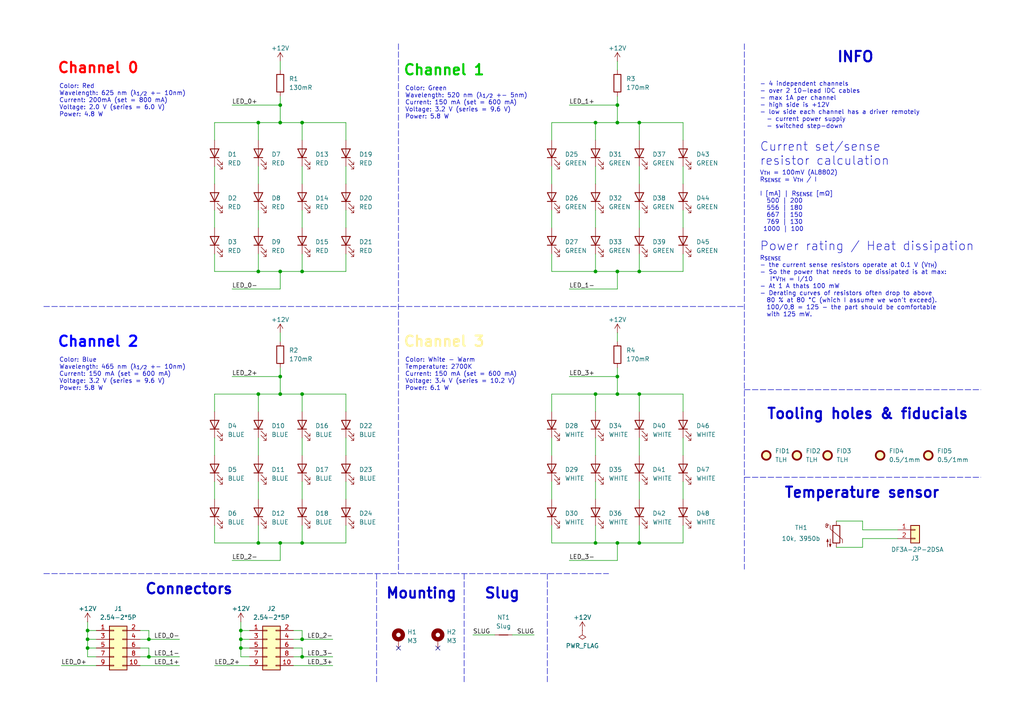
<source format=kicad_sch>
(kicad_sch (version 20231120) (generator "eeschema") (generator_version "8.0")
  (paper "A4")
  (title_block (title "Illumination board - Basic RGBW") (date "2024-06-23") (rev "${VERSION}") (company "TrendBit s.r.o.") (comment 1 "Designed by: Petr Malanik"))
  (lib_symbols
    (symbol "Connector_Generic:Conn_01x02" (pin_names (offset 1.016) hide)
      (property "Reference" "J" (at 0 2.54 0))
      (property "Value" "Conn_01x02" (at 0 -5.08 0))
      (symbol "Conn_01x02_1_1"
        (rectangle (start -1.27 -2.413) (end 0 -2.667) (stroke (width 0.1524)))
        (rectangle (start -1.27 0.127) (end 0 -0.127) (stroke (width 0.1524)))
        (rectangle (start -1.27 1.27) (end 1.27 -3.81) (stroke (width 0.254)) (fill (type background)))
        (pin passive line (at -5.08 0 0) (length 3.81) (name "Pin_1") (number "1"))
        (pin passive line (at -5.08 -2.54 0) (length 3.81) (name "Pin_2") (number "2"))
      )
    )
    (symbol "Connector_Generic:Conn_02x05_Odd_Even" (pin_names (offset 1.016) hide)
      (property "Reference" "J" (at 1.27 7.62 0))
      (property "Value" "Conn_02x05_Odd_Even" (at 1.27 -7.62 0))
      (symbol "Conn_02x05_Odd_Even_1_1"
        (rectangle (start -1.27 -4.953) (end 0 -5.207) (stroke (width 0.1524)))
        (rectangle (start -1.27 -2.413) (end 0 -2.667) (stroke (width 0.1524)))
        (rectangle (start -1.27 0.127) (end 0 -0.127) (stroke (width 0.1524)))
        (rectangle (start -1.27 2.667) (end 0 2.413) (stroke (width 0.1524)))
        (rectangle (start -1.27 5.207) (end 0 4.953) (stroke (width 0.1524)))
        (rectangle (start -1.27 6.35) (end 3.81 -6.35) (stroke (width 0.254)) (fill (type background)))
        (rectangle (start 3.81 -4.953) (end 2.54 -5.207) (stroke (width 0.1524)))
        (rectangle (start 3.81 -2.413) (end 2.54 -2.667) (stroke (width 0.1524)))
        (rectangle (start 3.81 0.127) (end 2.54 -0.127) (stroke (width 0.1524)))
        (rectangle (start 3.81 2.667) (end 2.54 2.413) (stroke (width 0.1524)))
        (rectangle (start 3.81 5.207) (end 2.54 4.953) (stroke (width 0.1524)))
        (pin passive line (at -5.08 5.08 0) (length 3.81) (name "Pin_1") (number "1"))
        (pin passive line (at 7.62 -5.08 180) (length 3.81) (name "Pin_10") (number "10"))
        (pin passive line (at 7.62 5.08 180) (length 3.81) (name "Pin_2") (number "2"))
        (pin passive line (at -5.08 2.54 0) (length 3.81) (name "Pin_3") (number "3"))
        (pin passive line (at 7.62 2.54 180) (length 3.81) (name "Pin_4") (number "4"))
        (pin passive line (at -5.08 0 0) (length 3.81) (name "Pin_5") (number "5"))
        (pin passive line (at 7.62 0 180) (length 3.81) (name "Pin_6") (number "6"))
        (pin passive line (at -5.08 -2.54 0) (length 3.81) (name "Pin_7") (number "7"))
        (pin passive line (at 7.62 -2.54 180) (length 3.81) (name "Pin_8") (number "8"))
        (pin passive line (at -5.08 -5.08 0) (length 3.81) (name "Pin_9") (number "9"))
      )
    )
    (symbol "Device:LED" (pin_numbers hide) (pin_names (offset 1.016) hide)
      (property "Reference" "D" (at 0 2.54 0))
      (property "Value" "LED" (at 0 -2.54 0))
      (symbol "LED_0_1"
        (polyline (pts (xy -1.27 -1.27) (xy -1.27 1.27)) (stroke (width 0.254)))
        (polyline (pts (xy -1.27 0) (xy 1.27 0)))
        (polyline (pts (xy 1.27 -1.27) (xy 1.27 1.27) (xy -1.27 0) (xy 1.27 -1.27)) (stroke (width 0.254)))
        (polyline (pts (xy -3.048 -0.762) (xy -4.572 -2.286) (xy -3.81 -2.286) (xy -4.572 -2.286) (xy -4.572 -1.524)))
        (polyline (pts (xy -1.778 -0.762) (xy -3.302 -2.286) (xy -2.54 -2.286) (xy -3.302 -2.286) (xy -3.302 -1.524)))
      )
      (symbol "LED_1_1"
        (pin passive line (at -3.81 0 0) (length 2.54) (name "K") (number "1"))
        (pin passive line (at 3.81 0 180) (length 2.54) (name "A") (number "2"))
      )
    )
    (symbol "Device:NetTie_2" (pin_numbers hide) (pin_names (offset 0) hide) (in_bom no)
      (property "Reference" "NT" (at 0 1.27 0))
      (property "Value" "NetTie_2" (at 0 -1.27 0))
      (symbol "NetTie_2_0_1"
        (polyline (pts (xy -1.27 0) (xy 1.27 0)) (stroke (width 0.254)))
      )
      (symbol "NetTie_2_1_1"
        (pin passive line (at -2.54 0 0) (length 2.54) (name "1") (number "1"))
        (pin passive line (at 2.54 0 180) (length 2.54) (name "2") (number "2"))
      )
    )
    (symbol "Device:R" (pin_numbers hide) (pin_names (offset 0))
      (property "Reference" "R" (at 2.032 0 90))
      (property "Value" "R" (at 0 0 90))
      (symbol "R_0_1"
        (rectangle (start -1.016 -2.54) (end 1.016 2.54) (stroke (width 0.254)))
      )
      (symbol "R_1_1"
        (pin passive line (at 0 3.81 270) (length 1.27) (name "~") (number "1"))
        (pin passive line (at 0 -3.81 90) (length 1.27) (name "~") (number "2"))
      )
    )
    (symbol "Device:Thermistor_NTC" (pin_numbers hide) (pin_names (offset 0))
      (property "Reference" "TH" (at -4.445 0 90))
      (property "Value" "Thermistor_NTC" (at 3.175 0 90))
      (symbol "Thermistor_NTC_0_1"
        (arc (start -3.048 2.159) (mid -3.0495 2.3143) (end -3.175 2.413))
        (arc (start -3.048 2.159) (mid -2.9736 1.9794) (end -2.794 1.905))
        (arc (start -3.048 2.794) (mid -2.9736 2.6144) (end -2.794 2.54))
        (arc (start -2.794 1.905) (mid -2.6144 1.9794) (end -2.54 2.159))
        (arc (start -2.794 2.54) (mid -2.4393 2.5587) (end -2.159 2.794))
        (arc (start -2.794 3.048) (mid -2.9736 2.9736) (end -3.048 2.794))
        (arc (start -2.54 2.794) (mid -2.6144 2.9736) (end -2.794 3.048))
        (rectangle (start -1.016 2.54) (end 1.016 -2.54) (stroke (width 0.254)))
        (polyline (pts (xy -2.54 2.159) (xy -2.54 2.794)))
        (polyline (pts (xy -1.778 2.54) (xy -1.778 1.524) (xy 1.778 -1.524) (xy 1.778 -2.54)))
        (polyline (pts (xy -2.54 -3.683) (xy -2.54 -1.397) (xy -2.794 -2.159) (xy -2.286 -2.159) (xy -2.54 -1.397) (xy -2.54 -1.651)) (fill (type outline)))
        (polyline (pts (xy -1.778 -1.397) (xy -1.778 -3.683) (xy -2.032 -2.921) (xy -1.524 -2.921) (xy -1.778 -3.683) (xy -1.778 -3.429)) (fill (type outline)))
      )
      (symbol "Thermistor_NTC_1_1"
        (pin passive line (at 0 3.81 270) (length 1.27) (name "~") (number "1"))
        (pin passive line (at 0 -3.81 90) (length 1.27) (name "~") (number "2"))
      )
    )
    (symbol "Mechanical:Fiducial"
      (property "Reference" "FID" (at 0 5.08 0))
      (property "Value" "Fiducial" (at 0 3.175 0))
      (symbol "Fiducial_0_1"
        (circle (center 0 0) (radius 1.27) (stroke (width 0.508)) (fill (type background)))
      )
    )
    (symbol "Mechanical:MountingHole_Pad" (pin_numbers hide) (pin_names (offset 1.016) hide)
      (property "Reference" "H" (at 0 6.35 0))
      (property "Value" "MountingHole_Pad" (at 0 4.445 0))
      (symbol "MountingHole_Pad_0_1"
        (circle (center 0 1.27) (radius 1.27) (stroke (width 1.27)))
      )
      (symbol "MountingHole_Pad_1_1"
        (pin input line (at 0 -2.54 90) (length 2.54) (name "1") (number "1"))
      )
    )
    (symbol "power:+12V" (power) (pin_numbers hide) (pin_names (offset 0) hide)
      (property "Value" "+12V" (at 0 3.556 0))
      (symbol "+12V_0_1"
        (polyline (pts (xy -0.762 1.27) (xy 0 2.54)))
        (polyline (pts (xy 0 0) (xy 0 2.54)))
        (polyline (pts (xy 0 2.54) (xy 0.762 1.27)))
      )
      (symbol "+12V_1_1"
        (pin power_in line (at 0 0 90) (length 0) (name "~") (number "1"))
      )
    )
    (symbol "power:PWR_FLAG" (power) (pin_numbers hide) (pin_names (offset 0) hide)
      (property "Value" "PWR_FLAG" (at 0 3.81 0))
      (symbol "PWR_FLAG_0_0"
        (pin power_out line (at 0 0 90) (length 0) (name "pwr") (number "1"))
      )
      (symbol "PWR_FLAG_0_1"
        (polyline (pts (xy 0 0) (xy 0 1.27) (xy -1.016 1.905) (xy 0 2.54) (xy 1.016 1.905) (xy 0 1.27)))
      )
    )
  )
  (junction (at 185.42 35.56))
  (junction (at 69.85 187.96))
  (junction (at 185.42 114.3))
  (junction (at 172.72 114.3))
  (junction (at 172.72 35.56))
  (junction (at 87.63 190.5))
  (junction (at 179.07 157.48))
  (junction (at 25.4 182.88))
  (junction (at 74.93 78.74))
  (junction (at 43.18 185.42))
  (junction (at 69.85 182.88))
  (junction (at 74.93 114.3))
  (junction (at 74.93 35.56))
  (junction (at 81.28 157.48))
  (junction (at 74.93 157.48))
  (junction (at 179.07 78.74))
  (junction (at 43.18 190.5))
  (junction (at 179.07 114.3))
  (junction (at 81.28 35.56))
  (junction (at 87.63 185.42))
  (junction (at 25.4 185.42))
  (junction (at 179.07 35.56))
  (junction (at 81.28 30.48))
  (junction (at 179.07 30.48))
  (junction (at 185.42 157.48))
  (junction (at 185.42 78.74))
  (junction (at 81.28 78.74))
  (junction (at 69.85 185.42))
  (junction (at 25.4 187.96))
  (junction (at 172.72 157.48))
  (junction (at 87.63 157.48))
  (junction (at 179.07 109.22))
  (junction (at 87.63 78.74))
  (junction (at 87.63 114.3))
  (junction (at 81.28 109.22))
  (junction (at 87.63 35.56))
  (junction (at 172.72 78.74))
  (junction (at 81.28 114.3))
  (no_connect (at 115.57 187.96))
  (no_connect (at 127 187.96))
  (wire (pts (xy 100.33 40.64) (xy 100.33 35.56)))
  (polyline (pts (xy 12.7 88.9) (xy 215.9 88.9)) (stroke (width 0) (type dash)))
  (wire (pts (xy 160.02 66.04) (xy 160.02 60.96)))
  (wire (pts (xy 62.23 114.3) (xy 74.93 114.3)))
  (wire (pts (xy 179.07 99.06) (xy 179.07 96.52)))
  (wire (pts (xy 179.07 78.74) (xy 179.07 83.82)))
  (wire (pts (xy 198.12 119.38) (xy 198.12 114.3)))
  (wire (pts (xy 87.63 152.4) (xy 87.63 157.48)))
  (wire (pts (xy 87.63 157.48) (xy 81.28 157.48)))
  (wire (pts (xy 25.4 180.34) (xy 25.4 182.88)))
  (wire (pts (xy 172.72 114.3) (xy 179.07 114.3)))
  (polyline (pts (xy 158.75 166.37) (xy 158.75 198.12)) (stroke (width 0) (type dash)))
  (wire (pts (xy 160.02 119.38) (xy 160.02 114.3)))
  (wire (pts (xy 40.64 182.88) (xy 43.18 182.88)))
  (wire (pts (xy 165.1 162.56) (xy 179.07 162.56)))
  (wire (pts (xy 172.72 53.34) (xy 172.72 48.26)))
  (wire (pts (xy 62.23 152.4) (xy 62.23 157.48)))
  (wire (pts (xy 198.12 132.08) (xy 198.12 127)))
  (wire (pts (xy 172.72 157.48) (xy 179.07 157.48)))
  (wire (pts (xy 62.23 40.64) (xy 62.23 35.56)))
  (wire (pts (xy 179.07 109.22) (xy 179.07 114.3)))
  (wire (pts (xy 160.02 53.34) (xy 160.02 48.26)))
  (wire (pts (xy 87.63 114.3) (xy 100.33 114.3)))
  (wire (pts (xy 185.42 119.38) (xy 185.42 114.3)))
  (wire (pts (xy 40.64 190.5) (xy 43.18 190.5)))
  (wire (pts (xy 25.4 187.96) (xy 25.4 190.5)))
  (wire (pts (xy 160.02 157.48) (xy 172.72 157.48)))
  (wire (pts (xy 87.63 78.74) (xy 81.28 78.74)))
  (wire (pts (xy 179.07 157.48) (xy 179.07 162.56)))
  (wire (pts (xy 69.85 185.42) (xy 72.39 185.42)))
  (wire (pts (xy 87.63 119.38) (xy 87.63 114.3)))
  (wire (pts (xy 62.23 35.56) (xy 74.93 35.56)))
  (wire (pts (xy 62.23 119.38) (xy 62.23 114.3)))
  (wire (pts (xy 185.42 132.08) (xy 185.42 127)))
  (wire (pts (xy 81.28 27.94) (xy 81.28 30.48)))
  (wire (pts (xy 179.07 20.32) (xy 179.07 17.78)))
  (wire (pts (xy 69.85 182.88) (xy 72.39 182.88)))
  (wire (pts (xy 67.31 162.56) (xy 81.28 162.56)))
  (wire (pts (xy 87.63 132.08) (xy 87.63 127)))
  (wire (pts (xy 25.4 182.88) (xy 25.4 185.42)))
  (wire (pts (xy 250.19 156.21) (xy 260.35 156.21)))
  (wire (pts (xy 67.31 109.22) (xy 81.28 109.22)))
  (wire (pts (xy 185.42 40.64) (xy 185.42 35.56)))
  (wire (pts (xy 87.63 66.04) (xy 87.63 60.96)))
  (wire (pts (xy 74.93 78.74) (xy 81.28 78.74)))
  (wire (pts (xy 74.93 66.04) (xy 74.93 60.96)))
  (wire (pts (xy 185.42 144.78) (xy 185.42 139.7)))
  (wire (pts (xy 27.94 190.5) (xy 25.4 190.5)))
  (wire (pts (xy 69.85 187.96) (xy 72.39 187.96)))
  (wire (pts (xy 85.09 182.88) (xy 87.63 182.88)))
  (wire (pts (xy 154.94 184.15) (xy 148.59 184.15)))
  (wire (pts (xy 62.23 73.66) (xy 62.23 78.74)))
  (wire (pts (xy 160.02 35.56) (xy 172.72 35.56)))
  (wire (pts (xy 69.85 180.34) (xy 69.85 182.88)))
  (wire (pts (xy 69.85 182.88) (xy 69.85 185.42)))
  (wire (pts (xy 242.57 158.75) (xy 250.19 158.75)))
  (wire (pts (xy 87.63 35.56) (xy 81.28 35.56)))
  (wire (pts (xy 74.93 157.48) (xy 81.28 157.48)))
  (wire (pts (xy 165.1 109.22) (xy 179.07 109.22)))
  (wire (pts (xy 25.4 185.42) (xy 25.4 187.96)))
  (wire (pts (xy 185.42 35.56) (xy 198.12 35.56)))
  (wire (pts (xy 179.07 30.48) (xy 179.07 35.56)))
  (wire (pts (xy 160.02 40.64) (xy 160.02 35.56)))
  (wire (pts (xy 198.12 66.04) (xy 198.12 60.96)))
  (wire (pts (xy 74.93 114.3) (xy 81.28 114.3)))
  (wire (pts (xy 40.64 187.96) (xy 43.18 187.96)))
  (wire (pts (xy 74.93 152.4) (xy 74.93 157.48)))
  (wire (pts (xy 100.33 152.4) (xy 100.33 157.48)))
  (wire (pts (xy 72.39 190.5) (xy 69.85 190.5)))
  (wire (pts (xy 62.23 193.04) (xy 72.39 193.04)))
  (wire (pts (xy 40.64 193.04) (xy 52.07 193.04)))
  (polyline (pts (xy 215.9 113.03) (xy 284.48 113.03)) (stroke (width 0) (type dash)))
  (wire (pts (xy 165.1 30.48) (xy 179.07 30.48)))
  (wire (pts (xy 74.93 132.08) (xy 74.93 127)))
  (wire (pts (xy 87.63 78.74) (xy 100.33 78.74)))
  (wire (pts (xy 25.4 187.96) (xy 27.94 187.96)))
  (wire (pts (xy 185.42 78.74) (xy 179.07 78.74)))
  (wire (pts (xy 87.63 187.96) (xy 87.63 190.5)))
  (polyline (pts (xy 134.62 166.37) (xy 134.62 198.12)) (stroke (width 0) (type dash)))
  (wire (pts (xy 179.07 106.68) (xy 179.07 109.22)))
  (wire (pts (xy 85.09 187.96) (xy 87.63 187.96)))
  (wire (pts (xy 185.42 114.3) (xy 198.12 114.3)))
  (wire (pts (xy 172.72 114.3) (xy 172.72 119.38)))
  (wire (pts (xy 198.12 53.34) (xy 198.12 48.26)))
  (wire (pts (xy 100.33 73.66) (xy 100.33 78.74)))
  (wire (pts (xy 43.18 182.88) (xy 43.18 185.42)))
  (wire (pts (xy 185.42 78.74) (xy 198.12 78.74)))
  (wire (pts (xy 250.19 153.67) (xy 250.19 151.13)))
  (wire (pts (xy 87.63 144.78) (xy 87.63 139.7)))
  (wire (pts (xy 67.31 83.82) (xy 81.28 83.82)))
  (wire (pts (xy 179.07 27.94) (xy 179.07 30.48)))
  (wire (pts (xy 69.85 187.96) (xy 69.85 190.5)))
  (wire (pts (xy 100.33 132.08) (xy 100.33 127)))
  (wire (pts (xy 74.93 144.78) (xy 74.93 139.7)))
  (wire (pts (xy 85.09 193.04) (xy 96.52 193.04)))
  (wire (pts (xy 62.23 132.08) (xy 62.23 127)))
  (wire (pts (xy 185.42 157.48) (xy 179.07 157.48)))
  (wire (pts (xy 87.63 40.64) (xy 87.63 35.56)))
  (wire (pts (xy 81.28 106.68) (xy 81.28 109.22)))
  (wire (pts (xy 43.18 187.96) (xy 43.18 190.5)))
  (wire (pts (xy 81.28 109.22) (xy 81.28 114.3)))
  (wire (pts (xy 165.1 83.82) (xy 179.07 83.82)))
  (wire (pts (xy 100.33 119.38) (xy 100.33 114.3)))
  (wire (pts (xy 172.72 144.78) (xy 172.72 139.7)))
  (wire (pts (xy 100.33 66.04) (xy 100.33 60.96)))
  (wire (pts (xy 250.19 158.75) (xy 250.19 156.21)))
  (wire (pts (xy 250.19 151.13) (xy 242.57 151.13)))
  (wire (pts (xy 62.23 157.48) (xy 74.93 157.48)))
  (wire (pts (xy 100.33 53.34) (xy 100.33 48.26)))
  (wire (pts (xy 67.31 30.48) (xy 81.28 30.48)))
  (polyline (pts (xy 215.9 138.43) (xy 284.48 138.43)) (stroke (width 0) (type dash)))
  (polyline (pts (xy 215.9 12.7) (xy 215.9 165.1)) (stroke (width 0) (type dash)))
  (wire (pts (xy 40.64 185.42) (xy 43.18 185.42)))
  (wire (pts (xy 172.72 152.4) (xy 172.72 157.48)))
  (polyline (pts (xy 115.57 12.7) (xy 115.57 166.37)) (stroke (width 0) (type dash)))
  (wire (pts (xy 172.72 73.66) (xy 172.72 78.74)))
  (wire (pts (xy 185.42 152.4) (xy 185.42 157.48)))
  (wire (pts (xy 185.42 73.66) (xy 185.42 78.74)))
  (wire (pts (xy 25.4 185.42) (xy 27.94 185.42)))
  (wire (pts (xy 160.02 152.4) (xy 160.02 157.48)))
  (wire (pts (xy 198.12 73.66) (xy 198.12 78.74)))
  (wire (pts (xy 81.28 99.06) (xy 81.28 96.52)))
  (wire (pts (xy 81.28 30.48) (xy 81.28 35.56)))
  (wire (pts (xy 87.63 53.34) (xy 87.63 48.26)))
  (wire (pts (xy 87.63 157.48) (xy 100.33 157.48)))
  (wire (pts (xy 25.4 182.88) (xy 27.94 182.88)))
  (polyline (pts (xy 12.7 166.37) (xy 176.53 166.37)) (stroke (width 0) (type dash)))
  (wire (pts (xy 137.16 184.15) (xy 143.51 184.15)))
  (wire (pts (xy 43.18 185.42) (xy 52.07 185.42)))
  (wire (pts (xy 62.23 78.74) (xy 74.93 78.74)))
  (wire (pts (xy 185.42 114.3) (xy 179.07 114.3)))
  (wire (pts (xy 87.63 182.88) (xy 87.63 185.42)))
  (wire (pts (xy 62.23 66.04) (xy 62.23 60.96)))
  (wire (pts (xy 87.63 114.3) (xy 81.28 114.3)))
  (wire (pts (xy 85.09 185.42) (xy 87.63 185.42)))
  (wire (pts (xy 74.93 114.3) (xy 74.93 119.38)))
  (wire (pts (xy 87.63 190.5) (xy 96.52 190.5)))
  (wire (pts (xy 185.42 157.48) (xy 198.12 157.48)))
  (wire (pts (xy 172.72 78.74) (xy 179.07 78.74)))
  (wire (pts (xy 160.02 114.3) (xy 172.72 114.3)))
  (wire (pts (xy 100.33 144.78) (xy 100.33 139.7)))
  (wire (pts (xy 74.93 73.66) (xy 74.93 78.74)))
  (wire (pts (xy 87.63 35.56) (xy 100.33 35.56)))
  (wire (pts (xy 81.28 78.74) (xy 81.28 83.82)))
  (wire (pts (xy 81.28 20.32) (xy 81.28 17.78)))
  (wire (pts (xy 160.02 132.08) (xy 160.02 127)))
  (wire (pts (xy 160.02 78.74) (xy 172.72 78.74)))
  (wire (pts (xy 172.72 132.08) (xy 172.72 127)))
  (wire (pts (xy 69.85 185.42) (xy 69.85 187.96)))
  (wire (pts (xy 62.23 53.34) (xy 62.23 48.26)))
  (wire (pts (xy 43.18 190.5) (xy 52.07 190.5)))
  (wire (pts (xy 74.93 35.56) (xy 81.28 35.56)))
  (wire (pts (xy 172.72 35.56) (xy 179.07 35.56)))
  (wire (pts (xy 81.28 157.48) (xy 81.28 162.56)))
  (wire (pts (xy 87.63 185.42) (xy 96.52 185.42)))
  (wire (pts (xy 160.02 73.66) (xy 160.02 78.74)))
  (wire (pts (xy 198.12 144.78) (xy 198.12 139.7)))
  (wire (pts (xy 260.35 153.67) (xy 250.19 153.67)))
  (wire (pts (xy 198.12 40.64) (xy 198.12 35.56)))
  (wire (pts (xy 160.02 144.78) (xy 160.02 139.7)))
  (wire (pts (xy 74.93 53.34) (xy 74.93 48.26)))
  (wire (pts (xy 185.42 66.04) (xy 185.42 60.96)))
  (wire (pts (xy 17.78 193.04) (xy 27.94 193.04)))
  (wire (pts (xy 87.63 73.66) (xy 87.63 78.74)))
  (polyline (pts (xy 109.22 166.37) (xy 109.22 198.12)) (stroke (width 0) (type dash)))
  (wire (pts (xy 74.93 35.56) (xy 74.93 40.64)))
  (wire (pts (xy 198.12 152.4) (xy 198.12 157.48)))
  (wire (pts (xy 85.09 190.5) (xy 87.63 190.5)))
  (wire (pts (xy 185.42 53.34) (xy 185.42 48.26)))
  (wire (pts (xy 172.72 35.56) (xy 172.72 40.64)))
  (wire (pts (xy 62.23 144.78) (xy 62.23 139.7)))
  (wire (pts (xy 185.42 35.56) (xy 179.07 35.56)))
  (wire (pts (xy 172.72 66.04) (xy 172.72 60.96)))
  (text "- 4 independent channels\n- over 2 10-lead IDC cables\n- max 1A per channel\n- high side is +12V\n- low side each channel has a driver remotely\n  - current power supply\n  - switched step-down" (at 220.345 37.465 0) (effects (font (size 1.27 1.27)) (justify left bottom)))
  (text "Tooling holes & fiducials" (at 222.25 121.92 0) (effects (font (size 3 3) (bold yes)) (justify left bottom)))
  (text "V_{TH} = 100mV (AL8802)\nR_{SENSE} = V_{TH} / I\n\nI [mA] | R_{SENSE} [mΩ]\n  500 | 200\n  556 | 180\n  667 | 150\n  769 | 130\n 1000 | 100" (at 220.345 67.31 0) (effects (font (size 1.27 1.27)) (justify left bottom)))
  (text "Mounting" (at 111.76 173.99 0) (effects (font (size 3 3) (thickness 0.6) (bold yes)) (justify left bottom)))
  (text "Channel 2" (at 16.51 100.965 0) (effects (font (size 3 3) (thickness 0.6) (bold yes)) (justify left bottom)))
  (text "Connectors" (at 41.91 172.72 0) (effects (font (size 3 3) (thickness 0.6) (bold yes)) (justify left bottom)))
  (text "R_{SENSE}\n- the current sense resistors operate at 0.1 V (V_{TH})\n- So the power that needs to be dissipated is at max:\n   I*V_{TH} = I/10\n- At 1 A thats 100 mW\n- Derating curves of resistors often drop to above\n  80 % at 80 °C (which I assume we won't exceed).\n  100/0,8 = 125 - the part should be comfortable\n  with 125 mW." (at 220.345 92.075 0) (effects (font (size 1.27 1.27)) (justify left bottom)))
  (text "Color: Red\nWavelength: 625 nm (λ_{1/2} +- 10nm)\nCurrent: 200mA (set = 800 mA)\nVoltage: 2.0 V (series = 6.0 V)\nPower: 4.8 W" (at 17.145 29.21 0) (effects (font (size 1.27 1.27)) (justify left)))
  (text "INFO" (at 242.57 18.415 0) (effects (font (size 3 3) (thickness 0.6) (bold yes)) (justify left bottom)))
  (text "Channel 1" (at 116.84 22.225 0) (effects (font (size 3 3) (thickness 0.6) (bold yes)) (justify left bottom)))
  (text "Temperature sensor" (at 227.33 144.78 0) (effects (font (size 3 3) (thickness 0.6) (bold yes)) (justify left bottom)))
  (text "Channel 3" (at 116.84 100.965 0) (effects (font (size 3 3) (thickness 0.6) (bold yes)) (justify left bottom)))
  (text "Channel 0" (at 16.51 21.59 0) (effects (font (size 3 3) (thickness 0.6) (bold yes)) (justify left bottom)))
  (text "Slug" (at 140.335 173.99 0) (effects (font (size 3 3) (thickness 0.6) (bold yes)) (justify left bottom)))
  (text "Color: Green\nWavelength: 520 nm (λ_{1/2} +- 5nm)\nCurrent: 150 mA (set = 600 mA)\nVoltage: 3.2 V (series = 9.6 V)\nPower: 5.8 W" (at 117.475 29.845 0) (effects (font (size 1.27 1.27)) (justify left)))
  (text "Power rating / Heat dissipation" (at 220.345 73.025 0) (effects (font (size 2.54 2.54)) (justify left bottom)))
  (text "Color: Blue\nWavelength: 465 nm (λ_{1/2} +- 10nm)\nCurrent: 150 mA (set = 600 mA)\nVoltage: 3.2 V (series = 9.6 V)\nPower: 5.8 W" (at 17.145 108.585 0) (effects (font (size 1.27 1.27)) (justify left)))
  (text "Color: White - Warm\nTemperature: 2700K\nCurrent: 150 mA (set = 600 mA)\nVoltage: 3.4 V (series = 10.2 V)\nPower: 6.1 W" (at 117.475 108.585 0) (effects (font (size 1.27 1.27)) (justify left)))
  (text "Current set/sense\nresistor calculation" (at 220.345 48.26 0) (effects (font (size 2.54 2.54)) (justify left bottom)))
  (label "SLUG" (at 154.94 184.15 180))
  (label "LED_1+" (at 165.1 30.48 0))
  (label "LED_2+" (at 67.31 109.22 0))
  (label "LED_0+" (at 17.78 193.04 0))
  (label "LED_0-" (at 67.31 83.82 0))
  (label "LED_0-" (at 52.07 185.42 180))
  (label "LED_2-" (at 67.31 162.56 0))
  (label "LED_1-" (at 165.1 83.82 0))
  (label "LED_2-" (at 96.52 185.42 180))
  (label "LED_1-" (at 52.07 190.5 180))
  (label "LED_3-" (at 165.1 162.56 0))
  (label "LED_3+" (at 165.1 109.22 0))
  (label "LED_3+" (at 96.52 193.04 180))
  (label "LED_2+" (at 62.23 193.04 0))
  (label "SLUG" (at 137.16 184.15 0))
  (label "LED_1+" (at 52.07 193.04 180))
  (label "LED_0+" (at 67.31 30.48 0))
  (label "LED_3-" (at 96.52 190.5 180))
  (symbol (lib_id "power:PWR_FLAG") (at 168.91 182.88 180) (unit 1)
    (property "Reference" "#FLG01" (effects (hide yes)))
    (property "Value" "PWR_FLAG" (at 168.91 187.325 0))
  )
  (symbol (lib_id "Device:LED") (at 100.33 148.59 90) (unit 1)
    (property "Reference" "D24" (at 104.14 148.9074 90) (effects (justify right)))
    (property "Value" "BLUE" (at 104.14 151.4474 90) (effects (justify right)))
    (property "Footprint" "LED_SMD:LED_PLCC_2835" (effects (hide yes)))
    (property "Description" "Light emitting diode" (effects (hide yes)))
    (property "LCSC" "C2843880" (effects (hide yes)))
    (property "MPN" "XL-2835UBC-05" (effects (hide yes)))
  )
  (symbol (lib_id "Device:LED") (at 74.93 148.59 90) (unit 1)
    (property "Reference" "D12" (at 78.74 148.9074 90) (effects (justify right)))
    (property "Value" "BLUE" (at 78.74 151.4474 90) (effects (justify right)))
    (property "Footprint" "LED_SMD:LED_PLCC_2835" (effects (hide yes)))
    (property "Description" "Light emitting diode" (effects (hide yes)))
    (property "LCSC" "C2843880" (effects (hide yes)))
    (property "MPN" "XL-2835UBC-05" (effects (hide yes)))
  )
  (symbol (lib_id "Mechanical:Fiducial") (at 269.24 132.08 0) (unit 1) (in_bom no)
    (property "Reference" "FID5" (at 271.78 130.8099 0) (effects (justify left)))
    (property "Value" "0.5/1mm" (at 271.78 133.3499 0) (effects (justify left)))
    (property "Footprint" "Fiducial:Fiducial_1mm_Mask2mm" (effects (hide yes)))
    (property "Description" "JLCPCB Tooling hole" (effects (hide yes)))
  )
  (symbol (lib_id "Device:LED") (at 172.72 148.59 90) (unit 1)
    (property "Reference" "D36" (at 176.53 148.9074 90) (effects (justify right)))
    (property "Value" "WHITE" (at 176.53 151.4474 90) (effects (justify right)))
    (property "Footprint" "LED_SMD:LED_PLCC_2835" (effects (hide yes)))
    (property "Description" "Light emitting diode" (effects (hide yes)))
    (property "LCSC" "C385302" (effects (hide yes)))
    (property "MPN" "67-21S/KK7C-H276034Z15/DT(GC)" (effects (hide yes)))
  )
  (symbol (lib_id "Device:LED") (at 87.63 69.85 90) (unit 1)
    (property "Reference" "D15" (at 91.44 70.1674 90) (effects (justify right)))
    (property "Value" "RED" (at 91.44 72.7074 90) (effects (justify right)))
    (property "Footprint" "TCY_smd_leds:LED_PLCC_2835_Reversed" (effects (hide yes)))
    (property "Description" "Light emitting diode" (effects (hide yes)))
    (property "LCSC" "C2843878" (effects (hide yes)))
    (property "MPN" "XL-2835SURC-05" (effects (hide yes)))
  )
  (symbol (lib_id "Device:LED") (at 62.23 123.19 90) (unit 1)
    (property "Reference" "D4" (at 66.04 123.5074 90) (effects (justify right)))
    (property "Value" "BLUE" (at 66.04 126.0474 90) (effects (justify right)))
    (property "Footprint" "LED_SMD:LED_PLCC_2835" (effects (hide yes)))
    (property "Description" "Light emitting diode" (effects (hide yes)))
    (property "LCSC" "C2843880" (effects (hide yes)))
    (property "MPN" "XL-2835UBC-05" (effects (hide yes)))
  )
  (symbol (lib_id "Device:LED") (at 198.12 148.59 90) (unit 1)
    (property "Reference" "D48" (at 201.93 148.9074 90) (effects (justify right)))
    (property "Value" "WHITE" (at 201.93 151.4474 90) (effects (justify right)))
    (property "Footprint" "LED_SMD:LED_PLCC_2835" (effects (hide yes)))
    (property "Description" "Light emitting diode" (effects (hide yes)))
    (property "LCSC" "C385302" (effects (hide yes)))
    (property "MPN" "67-21S/KK7C-H276034Z15/DT(GC)" (effects (hide yes)))
  )
  (symbol (lib_id "Device:LED") (at 160.02 57.15 90) (unit 1)
    (property "Reference" "D26" (at 163.83 57.4674 90) (effects (justify right)))
    (property "Value" "GREEN" (at 163.83 60.0074 90) (effects (justify right)))
    (property "Footprint" "LED_SMD:LED_PLCC_2835" (effects (hide yes)))
    (property "Description" "Light emitting diode" (effects (hide yes)))
    (property "LCSC" "C2843879" (effects (hide yes)))
    (property "MPN" "XL-2835UGC-05" (effects (hide yes)))
  )
  (symbol (lib_id "Device:LED") (at 160.02 123.19 90) (unit 1)
    (property "Reference" "D28" (at 163.83 123.5074 90) (effects (justify right)))
    (property "Value" "WHITE" (at 163.83 126.0474 90) (effects (justify right)))
    (property "Footprint" "LED_SMD:LED_PLCC_2835" (effects (hide yes)))
    (property "Description" "Light emitting diode" (effects (hide yes)))
    (property "LCSC" "C385302" (effects (hide yes)))
    (property "MPN" "67-21S/KK7C-H276034Z15/DT(GC)" (effects (hide yes)))
  )
  (symbol (lib_id "Device:LED") (at 62.23 44.45 90) (unit 1)
    (property "Reference" "D1" (at 66.04 44.7674 90) (effects (justify right)))
    (property "Value" "RED" (at 66.04 47.3074 90) (effects (justify right)))
    (property "Footprint" "TCY_smd_leds:LED_PLCC_2835_Reversed" (effects (hide yes)))
    (property "Description" "Light emitting diode" (effects (hide yes)))
    (property "LCSC" "C2843878" (effects (hide yes)))
    (property "MPN" "XL-2835SURC-05" (effects (hide yes)))
  )
  (symbol (lib_id "Device:LED") (at 74.93 135.89 90) (unit 1)
    (property "Reference" "D11" (at 78.74 136.2074 90) (effects (justify right)))
    (property "Value" "BLUE" (at 78.74 138.7474 90) (effects (justify right)))
    (property "Footprint" "LED_SMD:LED_PLCC_2835" (effects (hide yes)))
    (property "Description" "Light emitting diode" (effects (hide yes)))
    (property "LCSC" "C2843880" (effects (hide yes)))
    (property "MPN" "XL-2835UBC-05" (effects (hide yes)))
  )
  (symbol (lib_id "power:+12V") (at 168.91 182.88 0) (unit 1)
    (property "Reference" "#PWR05" (effects (hide yes)))
    (property "Value" "+12V" (at 168.91 179.07 0))
  )
  (symbol (lib_id "Connector_Generic:Conn_02x05_Odd_Even") (at 77.47 187.96 0) (unit 1)
    (property "Reference" "J2" (at 78.74 176.53 0))
    (property "Value" "2.54-2*5P" (at 78.74 179.07 0))
    (property "Footprint" "Connector_IDC:IDC-Header_2x05_P2.54mm_Vertical" (effects (hide yes)))
    (property "LCSC" "C5665" (effects (hide yes)))
    (property "MPN" "2.54-2*5P" (effects (hide yes)))
  )
  (symbol (lib_id "Device:LED") (at 160.02 148.59 90) (unit 1)
    (property "Reference" "D30" (at 163.83 148.9074 90) (effects (justify right)))
    (property "Value" "WHITE" (at 163.83 151.4474 90) (effects (justify right)))
    (property "Footprint" "LED_SMD:LED_PLCC_2835" (effects (hide yes)))
    (property "Description" "Light emitting diode" (effects (hide yes)))
    (property "LCSC" "C385302" (effects (hide yes)))
    (property "MPN" "67-21S/KK7C-H276034Z15/DT(GC)" (effects (hide yes)))
  )
  (symbol (lib_id "Device:LED") (at 87.63 123.19 90) (unit 1)
    (property "Reference" "D16" (at 91.44 123.5074 90) (effects (justify right)))
    (property "Value" "BLUE" (at 91.44 126.0474 90) (effects (justify right)))
    (property "Footprint" "LED_SMD:LED_PLCC_2835" (effects (hide yes)))
    (property "Description" "Light emitting diode" (effects (hide yes)))
    (property "LCSC" "C2843880" (effects (hide yes)))
    (property "MPN" "XL-2835UBC-05" (effects (hide yes)))
  )
  (symbol (lib_id "Device:LED") (at 87.63 57.15 90) (unit 1)
    (property "Reference" "D14" (at 91.44 57.4674 90) (effects (justify right)))
    (property "Value" "RED" (at 91.44 60.0074 90) (effects (justify right)))
    (property "Footprint" "TCY_smd_leds:LED_PLCC_2835_Reversed" (effects (hide yes)))
    (property "Description" "Light emitting diode" (effects (hide yes)))
    (property "LCSC" "C2843878" (effects (hide yes)))
    (property "MPN" "XL-2835SURC-05" (effects (hide yes)))
  )
  (symbol (lib_id "Device:R") (at 179.07 24.13 0) (unit 1)
    (property "Reference" "R3" (at 181.61 22.8599 0) (effects (justify left)))
    (property "Value" "170mR" (at 181.61 25.3999 0) (effects (justify left)))
    (property "Footprint" "Resistor_SMD:R_1206_3216Metric" (effects (hide yes)))
    (property "Description" "Resistor" (effects (hide yes)))
    (property "LCSC" "C422574" (effects (hide yes)))
    (property "MPN" "1206W4F170LT5E" (effects (hide yes)))
  )
  (symbol (lib_id "Device:LED") (at 185.42 135.89 90) (unit 1)
    (property "Reference" "D41" (at 189.23 136.2074 90) (effects (justify right)))
    (property "Value" "WHITE" (at 189.23 138.7474 90) (effects (justify right)))
    (property "Footprint" "LED_SMD:LED_PLCC_2835" (effects (hide yes)))
    (property "Description" "Light emitting diode" (effects (hide yes)))
    (property "LCSC" "C385302" (effects (hide yes)))
    (property "MPN" "67-21S/KK7C-H276034Z15/DT(GC)" (effects (hide yes)))
  )
  (symbol (lib_id "Device:LED") (at 62.23 57.15 90) (unit 1)
    (property "Reference" "D2" (at 66.04 57.4674 90) (effects (justify right)))
    (property "Value" "RED" (at 66.04 60.0074 90) (effects (justify right)))
    (property "Footprint" "TCY_smd_leds:LED_PLCC_2835_Reversed" (effects (hide yes)))
    (property "Description" "Light emitting diode" (effects (hide yes)))
    (property "LCSC" "C2843878" (effects (hide yes)))
    (property "MPN" "XL-2835SURC-05" (effects (hide yes)))
  )
  (symbol (lib_id "Device:LED") (at 185.42 69.85 90) (unit 1)
    (property "Reference" "D39" (at 189.23 70.1674 90) (effects (justify right)))
    (property "Value" "GREEN" (at 189.23 72.7074 90) (effects (justify right)))
    (property "Footprint" "LED_SMD:LED_PLCC_2835" (effects (hide yes)))
    (property "Description" "Light emitting diode" (effects (hide yes)))
    (property "LCSC" "C2843879" (effects (hide yes)))
    (property "MPN" "XL-2835UGC-05" (effects (hide yes)))
  )
  (symbol (lib_id "Device:NetTie_2") (at 146.05 184.15 0) (unit 1) (in_bom no)
    (property "Reference" "NT1" (at 146.05 179.07 0))
    (property "Value" "Slug" (at 146.05 181.61 0))
    (property "Footprint" "NetTie:NetTie-2_SMD_Pad0.5mm" (effects (hide yes)))
    (property "Description" "Net tie, 2 pins" (effects (hide yes)))
  )
  (symbol (lib_id "Device:LED") (at 172.72 123.19 90) (unit 1)
    (property "Reference" "D34" (at 176.53 123.5074 90) (effects (justify right)))
    (property "Value" "WHITE" (at 176.53 126.0474 90) (effects (justify right)))
    (property "Footprint" "LED_SMD:LED_PLCC_2835" (effects (hide yes)))
    (property "Description" "Light emitting diode" (effects (hide yes)))
    (property "LCSC" "C385302" (effects (hide yes)))
    (property "MPN" "67-21S/KK7C-H276034Z15/DT(GC)" (effects (hide yes)))
  )
  (symbol (lib_id "Device:LED") (at 185.42 57.15 90) (unit 1)
    (property "Reference" "D38" (at 189.23 57.4674 90) (effects (justify right)))
    (property "Value" "GREEN" (at 189.23 60.0074 90) (effects (justify right)))
    (property "Footprint" "LED_SMD:LED_PLCC_2835" (effects (hide yes)))
    (property "Description" "Light emitting diode" (effects (hide yes)))
    (property "LCSC" "C2843879" (effects (hide yes)))
    (property "MPN" "XL-2835UGC-05" (effects (hide yes)))
  )
  (symbol (lib_id "Device:LED") (at 74.93 123.19 90) (unit 1)
    (property "Reference" "D10" (at 78.74 123.5074 90) (effects (justify right)))
    (property "Value" "BLUE" (at 78.74 126.0474 90) (effects (justify right)))
    (property "Footprint" "LED_SMD:LED_PLCC_2835" (effects (hide yes)))
    (property "Description" "Light emitting diode" (effects (hide yes)))
    (property "LCSC" "C2843880" (effects (hide yes)))
    (property "MPN" "XL-2835UBC-05" (effects (hide yes)))
  )
  (symbol (lib_id "Device:LED") (at 185.42 44.45 90) (unit 1)
    (property "Reference" "D37" (at 189.23 44.7674 90) (effects (justify right)))
    (property "Value" "GREEN" (at 189.23 47.3074 90) (effects (justify right)))
    (property "Footprint" "LED_SMD:LED_PLCC_2835" (effects (hide yes)))
    (property "Description" "Light emitting diode" (effects (hide yes)))
    (property "LCSC" "C2843879" (effects (hide yes)))
    (property "MPN" "XL-2835UGC-05" (effects (hide yes)))
  )
  (symbol (lib_id "Mechanical:MountingHole_Pad") (at 127 185.42 0) (unit 1) (in_bom no)
    (property "Reference" "H2" (at 129.54 183.3153 0) (effects (justify left)))
    (property "Value" "M3" (at 129.54 185.8522 0) (effects (justify left)))
    (property "Footprint" "MountingHole:MountingHole_3.2mm_M3_Pad_Via" (effects (hide yes)))
  )
  (symbol (lib_id "Device:LED") (at 100.33 44.45 90) (unit 1)
    (property "Reference" "D19" (at 104.14 44.7674 90) (effects (justify right)))
    (property "Value" "RED" (at 104.14 47.3074 90) (effects (justify right)))
    (property "Footprint" "TCY_smd_leds:LED_PLCC_2835_Reversed" (effects (hide yes)))
    (property "Description" "Light emitting diode" (effects (hide yes)))
    (property "LCSC" "C2843878" (effects (hide yes)))
    (property "MPN" "XL-2835SURC-05" (effects (hide yes)))
  )
  (symbol (lib_id "Mechanical:Fiducial") (at 222.25 132.08 0) (unit 1) (in_bom no)
    (property "Reference" "FID1" (at 224.79 130.8099 0) (effects (justify left)))
    (property "Value" "TLH" (at 224.79 133.3499 0) (effects (justify left)))
    (property "Footprint" "TCY_mechanical:ToolingHole_JLCPCB" (effects (hide yes)))
    (property "Description" "JLCPCB Tooling hole" (effects (hide yes)))
  )
  (symbol (lib_id "power:+12V") (at 25.4 180.34 0) (unit 1)
    (property "Reference" "#PWR01" (effects (hide yes)))
    (property "Value" "+12V" (at 25.4 176.53 0))
    (property "Description" "Power symbol creates a global label with name \"+12V\"" (effects (hide yes)))
  )
  (symbol (lib_id "Mechanical:Fiducial") (at 240.03 132.08 0) (unit 1) (in_bom no)
    (property "Reference" "FID3" (at 242.57 130.8099 0) (effects (justify left)))
    (property "Value" "TLH" (at 242.57 133.3499 0) (effects (justify left)))
    (property "Footprint" "TCY_mechanical:ToolingHole_JLCPCB" (effects (hide yes)))
    (property "Description" "JLCPCB Tooling hole" (effects (hide yes)))
  )
  (symbol (lib_id "Mechanical:Fiducial") (at 255.27 132.08 0) (unit 1) (in_bom no)
    (property "Reference" "FID4" (at 257.81 130.8099 0) (effects (justify left)))
    (property "Value" "0.5/1mm" (at 257.81 133.3499 0) (effects (justify left)))
    (property "Footprint" "Fiducial:Fiducial_1mm_Mask2mm" (effects (hide yes)))
    (property "Description" "JLCPCB Tooling hole" (effects (hide yes)))
  )
  (symbol (lib_id "Device:LED") (at 198.12 123.19 90) (unit 1)
    (property "Reference" "D46" (at 201.93 123.5074 90) (effects (justify right)))
    (property "Value" "WHITE" (at 201.93 126.0474 90) (effects (justify right)))
    (property "Footprint" "LED_SMD:LED_PLCC_2835" (effects (hide yes)))
    (property "Description" "Light emitting diode" (effects (hide yes)))
    (property "LCSC" "C385302" (effects (hide yes)))
    (property "MPN" "67-21S/KK7C-H276034Z15/DT(GC)" (effects (hide yes)))
  )
  (symbol (lib_id "Device:LED") (at 87.63 44.45 90) (unit 1)
    (property "Reference" "D13" (at 91.44 44.7674 90) (effects (justify right)))
    (property "Value" "RED" (at 91.44 47.3074 90) (effects (justify right)))
    (property "Footprint" "TCY_smd_leds:LED_PLCC_2835_Reversed" (effects (hide yes)))
    (property "Description" "Light emitting diode" (effects (hide yes)))
    (property "LCSC" "C2843878" (effects (hide yes)))
    (property "MPN" "XL-2835SURC-05" (effects (hide yes)))
  )
  (symbol (lib_id "Device:LED") (at 198.12 135.89 90) (unit 1)
    (property "Reference" "D47" (at 201.93 136.2074 90) (effects (justify right)))
    (property "Value" "WHITE" (at 201.93 138.7474 90) (effects (justify right)))
    (property "Footprint" "LED_SMD:LED_PLCC_2835" (effects (hide yes)))
    (property "Description" "Light emitting diode" (effects (hide yes)))
    (property "LCSC" "C385302" (effects (hide yes)))
    (property "MPN" "67-21S/KK7C-H276034Z15/DT(GC)" (effects (hide yes)))
  )
  (symbol (lib_id "power:+12V") (at 81.28 17.78 0) (unit 1)
    (property "Reference" "#PWR03" (effects (hide yes)))
    (property "Value" "+12V" (at 81.28 13.97 0))
  )
  (symbol (lib_id "Device:LED") (at 160.02 135.89 90) (unit 1)
    (property "Reference" "D29" (at 163.83 136.2074 90) (effects (justify right)))
    (property "Value" "WHITE" (at 163.83 138.7474 90) (effects (justify right)))
    (property "Footprint" "LED_SMD:LED_PLCC_2835" (effects (hide yes)))
    (property "Description" "Light emitting diode" (effects (hide yes)))
    (property "LCSC" "C385302" (effects (hide yes)))
    (property "MPN" "67-21S/KK7C-H276034Z15/DT(GC)" (effects (hide yes)))
  )
  (symbol (lib_id "Device:LED") (at 74.93 69.85 90) (unit 1)
    (property "Reference" "D9" (at 78.74 70.1674 90) (effects (justify right)))
    (property "Value" "RED" (at 78.74 72.7074 90) (effects (justify right)))
    (property "Footprint" "TCY_smd_leds:LED_PLCC_2835_Reversed" (effects (hide yes)))
    (property "Description" "Light emitting diode" (effects (hide yes)))
    (property "LCSC" "C2843878" (effects (hide yes)))
    (property "MPN" "XL-2835SURC-05" (effects (hide yes)))
  )
  (symbol (lib_id "Device:LED") (at 62.23 69.85 90) (unit 1)
    (property "Reference" "D3" (at 66.04 70.1674 90) (effects (justify right)))
    (property "Value" "RED" (at 66.04 72.7074 90) (effects (justify right)))
    (property "Footprint" "TCY_smd_leds:LED_PLCC_2835_Reversed" (effects (hide yes)))
    (property "Description" "Light emitting diode" (effects (hide yes)))
    (property "LCSC" "C2843878" (effects (hide yes)))
    (property "MPN" "XL-2835SURC-05" (effects (hide yes)))
  )
  (symbol (lib_id "power:+12V") (at 179.07 17.78 0) (unit 1)
    (property "Reference" "#PWR06" (effects (hide yes)))
    (property "Value" "+12V" (at 179.07 13.97 0))
  )
  (symbol (lib_id "Device:LED") (at 160.02 44.45 90) (unit 1)
    (property "Reference" "D25" (at 163.83 44.7674 90) (effects (justify right)))
    (property "Value" "GREEN" (at 163.83 47.3074 90) (effects (justify right)))
    (property "Footprint" "LED_SMD:LED_PLCC_2835" (effects (hide yes)))
    (property "Description" "Light emitting diode" (effects (hide yes)))
    (property "LCSC" "C2843879" (effects (hide yes)))
    (property "MPN" "XL-2835UGC-05" (effects (hide yes)))
  )
  (symbol (lib_id "Connector_Generic:Conn_02x05_Odd_Even") (at 33.02 187.96 0) (unit 1)
    (property "Reference" "J1" (at 34.29 176.53 0))
    (property "Value" "2.54-2*5P" (at 34.29 179.07 0))
    (property "Footprint" "Connector_IDC:IDC-Header_2x05_P2.54mm_Vertical" (effects (hide yes)))
    (property "LCSC" "C5665" (effects (hide yes)))
    (property "MPN" "2.54-2*5P" (effects (hide yes)))
  )
  (symbol (lib_id "Device:LED") (at 198.12 44.45 90) (unit 1)
    (property "Reference" "D43" (at 201.93 44.7674 90) (effects (justify right)))
    (property "Value" "GREEN" (at 201.93 47.3074 90) (effects (justify right)))
    (property "Footprint" "LED_SMD:LED_PLCC_2835" (effects (hide yes)))
    (property "Description" "Light emitting diode" (effects (hide yes)))
    (property "LCSC" "C2843879" (effects (hide yes)))
    (property "MPN" "XL-2835UGC-05" (effects (hide yes)))
  )
  (symbol (lib_id "Device:LED") (at 172.72 135.89 90) (unit 1)
    (property "Reference" "D35" (at 176.53 136.2074 90) (effects (justify right)))
    (property "Value" "WHITE" (at 176.53 138.7474 90) (effects (justify right)))
    (property "Footprint" "LED_SMD:LED_PLCC_2835" (effects (hide yes)))
    (property "Description" "Light emitting diode" (effects (hide yes)))
    (property "LCSC" "C385302" (effects (hide yes)))
    (property "MPN" "67-21S/KK7C-H276034Z15/DT(GC)" (effects (hide yes)))
  )
  (symbol (lib_id "Device:LED") (at 172.72 44.45 90) (unit 1)
    (property "Reference" "D31" (at 176.53 44.7674 90) (effects (justify right)))
    (property "Value" "GREEN" (at 176.53 47.3074 90) (effects (justify right)))
    (property "Footprint" "LED_SMD:LED_PLCC_2835" (effects (hide yes)))
    (property "Description" "Light emitting diode" (effects (hide yes)))
    (property "LCSC" "C2843879" (effects (hide yes)))
    (property "MPN" "XL-2835UGC-05" (effects (hide yes)))
  )
  (symbol (lib_id "Device:LED") (at 160.02 69.85 90) (unit 1)
    (property "Reference" "D27" (at 163.83 70.1674 90) (effects (justify right)))
    (property "Value" "GREEN" (at 163.83 72.7074 90) (effects (justify right)))
    (property "Footprint" "LED_SMD:LED_PLCC_2835" (effects (hide yes)))
    (property "Description" "Light emitting diode" (effects (hide yes)))
    (property "LCSC" "C2843879" (effects (hide yes)))
    (property "MPN" "XL-2835UGC-05" (effects (hide yes)))
  )
  (symbol (lib_id "Device:LED") (at 62.23 135.89 90) (unit 1)
    (property "Reference" "D5" (at 66.04 136.2074 90) (effects (justify right)))
    (property "Value" "BLUE" (at 66.04 138.7474 90) (effects (justify right)))
    (property "Footprint" "LED_SMD:LED_PLCC_2835" (effects (hide yes)))
    (property "Description" "Light emitting diode" (effects (hide yes)))
    (property "LCSC" "C2843880" (effects (hide yes)))
    (property "MPN" "XL-2835UBC-05" (effects (hide yes)))
  )
  (symbol (lib_id "Device:LED") (at 198.12 69.85 90) (unit 1)
    (property "Reference" "D45" (at 201.93 70.1674 90) (effects (justify right)))
    (property "Value" "GREEN" (at 201.93 72.7074 90) (effects (justify right)))
    (property "Footprint" "LED_SMD:LED_PLCC_2835" (effects (hide yes)))
    (property "Description" "Light emitting diode" (effects (hide yes)))
    (property "LCSC" "C2843879" (effects (hide yes)))
    (property "MPN" "XL-2835UGC-05" (effects (hide yes)))
  )
  (symbol (lib_id "Device:LED") (at 74.93 57.15 90) (unit 1)
    (property "Reference" "D8" (at 78.74 57.4674 90) (effects (justify right)))
    (property "Value" "RED" (at 78.74 60.0074 90) (effects (justify right)))
    (property "Footprint" "TCY_smd_leds:LED_PLCC_2835_Reversed" (effects (hide yes)))
    (property "Description" "Light emitting diode" (effects (hide yes)))
    (property "LCSC" "C2843878" (effects (hide yes)))
    (property "MPN" "XL-2835SURC-05" (effects (hide yes)))
  )
  (symbol (lib_id "Device:LED") (at 172.72 69.85 90) (unit 1)
    (property "Reference" "D33" (at 176.53 70.1674 90) (effects (justify right)))
    (property "Value" "GREEN" (at 176.53 72.7074 90) (effects (justify right)))
    (property "Footprint" "LED_SMD:LED_PLCC_2835" (effects (hide yes)))
    (property "Description" "Light emitting diode" (effects (hide yes)))
    (property "LCSC" "C2843879" (effects (hide yes)))
    (property "MPN" "XL-2835UGC-05" (effects (hide yes)))
  )
  (symbol (lib_id "Device:LED") (at 87.63 135.89 90) (unit 1)
    (property "Reference" "D17" (at 91.44 136.2074 90) (effects (justify right)))
    (property "Value" "BLUE" (at 91.44 138.7474 90) (effects (justify right)))
    (property "Footprint" "LED_SMD:LED_PLCC_2835" (effects (hide yes)))
    (property "Description" "Light emitting diode" (effects (hide yes)))
    (property "LCSC" "C2843880" (effects (hide yes)))
    (property "MPN" "XL-2835UBC-05" (effects (hide yes)))
  )
  (symbol (lib_id "Device:LED") (at 62.23 148.59 90) (unit 1)
    (property "Reference" "D6" (at 66.04 148.9074 90) (effects (justify right)))
    (property "Value" "BLUE" (at 66.04 151.4474 90) (effects (justify right)))
    (property "Footprint" "LED_SMD:LED_PLCC_2835" (effects (hide yes)))
    (property "Description" "Light emitting diode" (effects (hide yes)))
    (property "LCSC" "C2843880" (effects (hide yes)))
    (property "MPN" "XL-2835UBC-05" (effects (hide yes)))
  )
  (symbol (lib_id "Connector_Generic:Conn_01x02") (at 265.43 153.67 0) (unit 1)
    (property "Reference" "J3" (at 264.16 161.925 0) (effects (justify left)))
    (property "Value" "DF3A-2P-2DSA" (at 258.445 159.385 0) (effects (justify left)))
    (property "Footprint" "TCY_connectors:Hirose_DF3A-02P-2DSA_1x02_P2.00mm_Vertical" (effects (hide yes)))
    (property "Description" "Generic connector, single row, 01x02, script generated (kicad-library-utils/schlib/autogen/connector/)" (effects (hide yes)))
    (property "LCSC" "C531025" (effects (hide yes)))
    (property "MPN" "DF3A-2P-2DSA" (effects (hide yes)))
  )
  (symbol (lib_id "Device:LED") (at 100.33 123.19 90) (unit 1)
    (property "Reference" "D22" (at 104.14 123.5074 90) (effects (justify right)))
    (property "Value" "BLUE" (at 104.14 126.0474 90) (effects (justify right)))
    (property "Footprint" "LED_SMD:LED_PLCC_2835" (effects (hide yes)))
    (property "Description" "Light emitting diode" (effects (hide yes)))
    (property "LCSC" "C2843880" (effects (hide yes)))
    (property "MPN" "XL-2835UBC-05" (effects (hide yes)))
  )
  (symbol (lib_id "Device:LED") (at 100.33 135.89 90) (unit 1)
    (property "Reference" "D23" (at 104.14 136.2074 90) (effects (justify right)))
    (property "Value" "BLUE" (at 104.14 138.7474 90) (effects (justify right)))
    (property "Footprint" "LED_SMD:LED_PLCC_2835" (effects (hide yes)))
    (property "Description" "Light emitting diode" (effects (hide yes)))
    (property "LCSC" "C2843880" (effects (hide yes)))
    (property "MPN" "XL-2835UBC-05" (effects (hide yes)))
  )
  (symbol (lib_id "Device:R") (at 81.28 102.87 0) (unit 1)
    (property "Reference" "R2" (at 83.82 101.5999 0) (effects (justify left)))
    (property "Value" "170mR" (at 83.82 104.1399 0) (effects (justify left)))
    (property "Footprint" "Resistor_SMD:R_1206_3216Metric" (effects (hide yes)))
    (property "Description" "Resistor" (effects (hide yes)))
    (property "LCSC" "C422574" (effects (hide yes)))
    (property "MPN" "1206W4F170LT5E" (effects (hide yes)))
  )
  (symbol (lib_id "Device:LED") (at 74.93 44.45 90) (unit 1)
    (property "Reference" "D7" (at 78.74 44.7674 90) (effects (justify right)))
    (property "Value" "RED" (at 78.74 47.3074 90) (effects (justify right)))
    (property "Footprint" "TCY_smd_leds:LED_PLCC_2835_Reversed" (effects (hide yes)))
    (property "Description" "Light emitting diode" (effects (hide yes)))
    (property "LCSC" "C2843878" (effects (hide yes)))
    (property "MPN" "XL-2835SURC-05" (effects (hide yes)))
  )
  (symbol (lib_id "Device:LED") (at 198.12 57.15 90) (unit 1)
    (property "Reference" "D44" (at 201.93 57.4674 90) (effects (justify right)))
    (property "Value" "GREEN" (at 201.93 60.0074 90) (effects (justify right)))
    (property "Footprint" "LED_SMD:LED_PLCC_2835" (effects (hide yes)))
    (property "Description" "Light emitting diode" (effects (hide yes)))
    (property "LCSC" "C2843879" (effects (hide yes)))
    (property "MPN" "XL-2835UGC-05" (effects (hide yes)))
  )
  (symbol (lib_id "Mechanical:MountingHole_Pad") (at 115.57 185.42 0) (unit 1) (in_bom no)
    (property "Reference" "H1" (at 118.11 183.3153 0) (effects (justify left)))
    (property "Value" "M3" (at 118.11 185.8522 0) (effects (justify left)))
    (property "Footprint" "MountingHole:MountingHole_3.2mm_M3_Pad_Via" (effects (hide yes)))
  )
  (symbol (lib_id "Device:R") (at 81.28 24.13 0) (unit 1)
    (property "Reference" "R1" (at 83.82 22.8599 0) (effects (justify left)))
    (property "Value" "130mR" (at 83.82 25.3999 0) (effects (justify left)))
    (property "Footprint" "Resistor_SMD:R_1206_3216Metric" (effects (hide yes)))
    (property "Description" "Resistor" (effects (hide yes)))
    (property "LCSC" "C61472" (effects (hide yes)))
    (property "MPN" "1206W4F130LT5E" (effects (hide yes)))
  )
  (symbol (lib_id "power:+12V") (at 81.28 96.52 0) (unit 1)
    (property "Reference" "#PWR04" (effects (hide yes)))
    (property "Value" "+12V" (at 81.28 92.71 0))
  )
  (symbol (lib_id "Device:LED") (at 100.33 69.85 90) (unit 1)
    (property "Reference" "D21" (at 104.14 70.1674 90) (effects (justify right)))
    (property "Value" "RED" (at 104.14 72.7074 90) (effects (justify right)))
    (property "Footprint" "TCY_smd_leds:LED_PLCC_2835_Reversed" (effects (hide yes)))
    (property "Description" "Light emitting diode" (effects (hide yes)))
    (property "LCSC" "C2843878" (effects (hide yes)))
    (property "MPN" "XL-2835SURC-05" (effects (hide yes)))
  )
  (symbol (lib_id "power:+12V") (at 69.85 180.34 0) (unit 1)
    (property "Reference" "#PWR02" (effects (hide yes)))
    (property "Value" "+12V" (at 69.85 176.53 0))
    (property "Description" "Power symbol creates a global label with name \"+12V\"" (effects (hide yes)))
  )
  (symbol (lib_id "Device:LED") (at 185.42 148.59 90) (unit 1)
    (property "Reference" "D42" (at 189.23 148.9074 90) (effects (justify right)))
    (property "Value" "WHITE" (at 189.23 151.4474 90) (effects (justify right)))
    (property "Footprint" "LED_SMD:LED_PLCC_2835" (effects (hide yes)))
    (property "Description" "Light emitting diode" (effects (hide yes)))
    (property "LCSC" "C385302" (effects (hide yes)))
    (property "MPN" "67-21S/KK7C-H276034Z15/DT(GC)" (effects (hide yes)))
  )
  (symbol (lib_id "Device:R") (at 179.07 102.87 0) (unit 1)
    (property "Reference" "R4" (at 181.61 101.5999 0) (effects (justify left)))
    (property "Value" "170mR" (at 181.61 104.1399 0) (effects (justify left)))
    (property "Footprint" "Resistor_SMD:R_1206_3216Metric" (effects (hide yes)))
    (property "Description" "Resistor" (effects (hide yes)))
    (property "LCSC" "C422574" (effects (hide yes)))
    (property "MPN" "1206W4F170LT5E" (effects (hide yes)))
  )
  (symbol (lib_id "power:+12V") (at 179.07 96.52 0) (unit 1)
    (property "Reference" "#PWR07" (effects (hide yes)))
    (property "Value" "+12V" (at 179.07 92.71 0))
  )
  (symbol (lib_id "Device:LED") (at 87.63 148.59 90) (unit 1)
    (property "Reference" "D18" (at 91.44 148.9074 90) (effects (justify right)))
    (property "Value" "BLUE" (at 91.44 151.4474 90) (effects (justify right)))
    (property "Footprint" "LED_SMD:LED_PLCC_2835" (effects (hide yes)))
    (property "Description" "Light emitting diode" (effects (hide yes)))
    (property "LCSC" "C2843880" (effects (hide yes)))
    (property "MPN" "XL-2835UBC-05" (effects (hide yes)))
  )
  (symbol (lib_id "Device:LED") (at 100.33 57.15 90) (unit 1)
    (property "Reference" "D20" (at 104.14 57.4674 90) (effects (justify right)))
    (property "Value" "RED" (at 104.14 60.0074 90) (effects (justify right)))
    (property "Footprint" "TCY_smd_leds:LED_PLCC_2835_Reversed" (effects (hide yes)))
    (property "Description" "Light emitting diode" (effects (hide yes)))
    (property "LCSC" "C2843878" (effects (hide yes)))
    (property "MPN" "XL-2835SURC-05" (effects (hide yes)))
  )
  (symbol (lib_id "Device:LED") (at 185.42 123.19 90) (unit 1)
    (property "Reference" "D40" (at 189.23 123.5074 90) (effects (justify right)))
    (property "Value" "WHITE" (at 189.23 126.0474 90) (effects (justify right)))
    (property "Footprint" "LED_SMD:LED_PLCC_2835" (effects (hide yes)))
    (property "Description" "Light emitting diode" (effects (hide yes)))
    (property "LCSC" "C385302" (effects (hide yes)))
    (property "MPN" "67-21S/KK7C-H276034Z15/DT(GC)" (effects (hide yes)))
  )
  (symbol (lib_id "Device:LED") (at 172.72 57.15 90) (unit 1)
    (property "Reference" "D32" (at 176.53 57.4674 90) (effects (justify right)))
    (property "Value" "GREEN" (at 176.53 60.0074 90) (effects (justify right)))
    (property "Footprint" "LED_SMD:LED_PLCC_2835" (effects (hide yes)))
    (property "Description" "Light emitting diode" (effects (hide yes)))
    (property "LCSC" "C2843879" (effects (hide yes)))
    (property "MPN" "XL-2835UGC-05" (effects (hide yes)))
  )
  (symbol (lib_id "Device:Thermistor_NTC") (at 242.57 154.94 0) (unit 1)
    (property "Reference" "TH1" (at 230.505 153.035 0) (effects (justify left)))
    (property "Value" "10k, 3950b" (at 226.695 156.21 0) (effects (justify left)))
    (property "Footprint" "Inductor_SMD:L_0603_1608Metric" (effects (hide yes)))
    (property "Description" "Temperature dependent resistor, negative temperature coefficient" (effects (hide yes)))
    (property "LCSC" "C279936" (effects (hide yes)))
    (property "MPN" "SDNT1608X103F3950FTF" (effects (hide yes)))
  )
  (symbol (lib_id "Mechanical:Fiducial") (at 231.14 132.08 0) (unit 1) (in_bom no)
    (property "Reference" "FID2" (at 233.68 130.8099 0) (effects (justify left)))
    (property "Value" "TLH" (at 233.68 133.3499 0) (effects (justify left)))
    (property "Footprint" "TCY_mechanical:ToolingHole_JLCPCB" (effects (hide yes)))
    (property "Description" "JLCPCB Tooling hole" (effects (hide yes)))
  )
)
</source>
